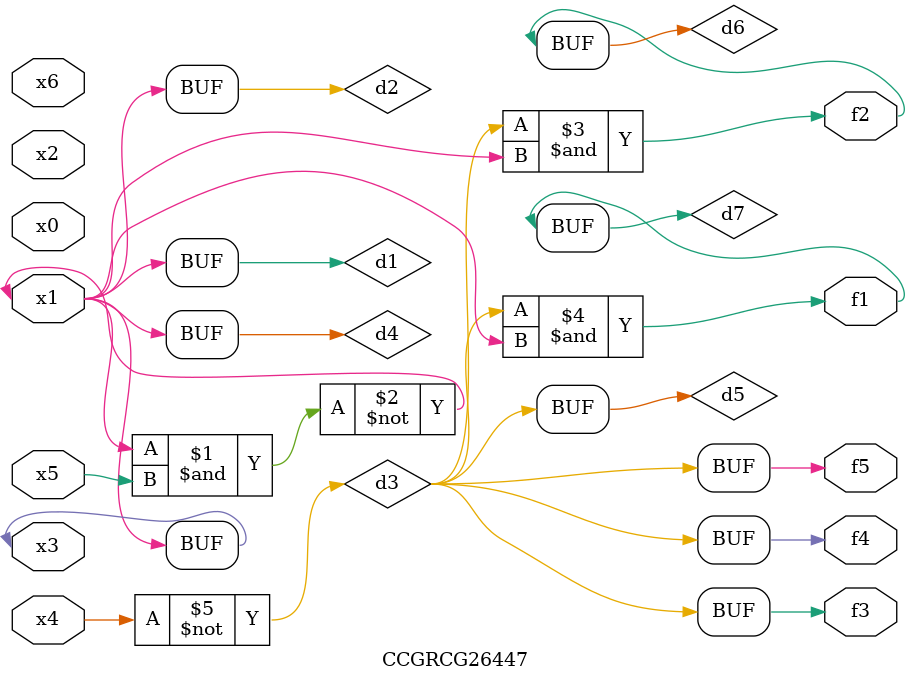
<source format=v>
module CCGRCG26447(
	input x0, x1, x2, x3, x4, x5, x6,
	output f1, f2, f3, f4, f5
);

	wire d1, d2, d3, d4, d5, d6, d7;

	buf (d1, x1, x3);
	nand (d2, x1, x5);
	not (d3, x4);
	buf (d4, d1, d2);
	buf (d5, d3);
	and (d6, d3, d4);
	and (d7, d3, d4);
	assign f1 = d7;
	assign f2 = d6;
	assign f3 = d5;
	assign f4 = d5;
	assign f5 = d5;
endmodule

</source>
